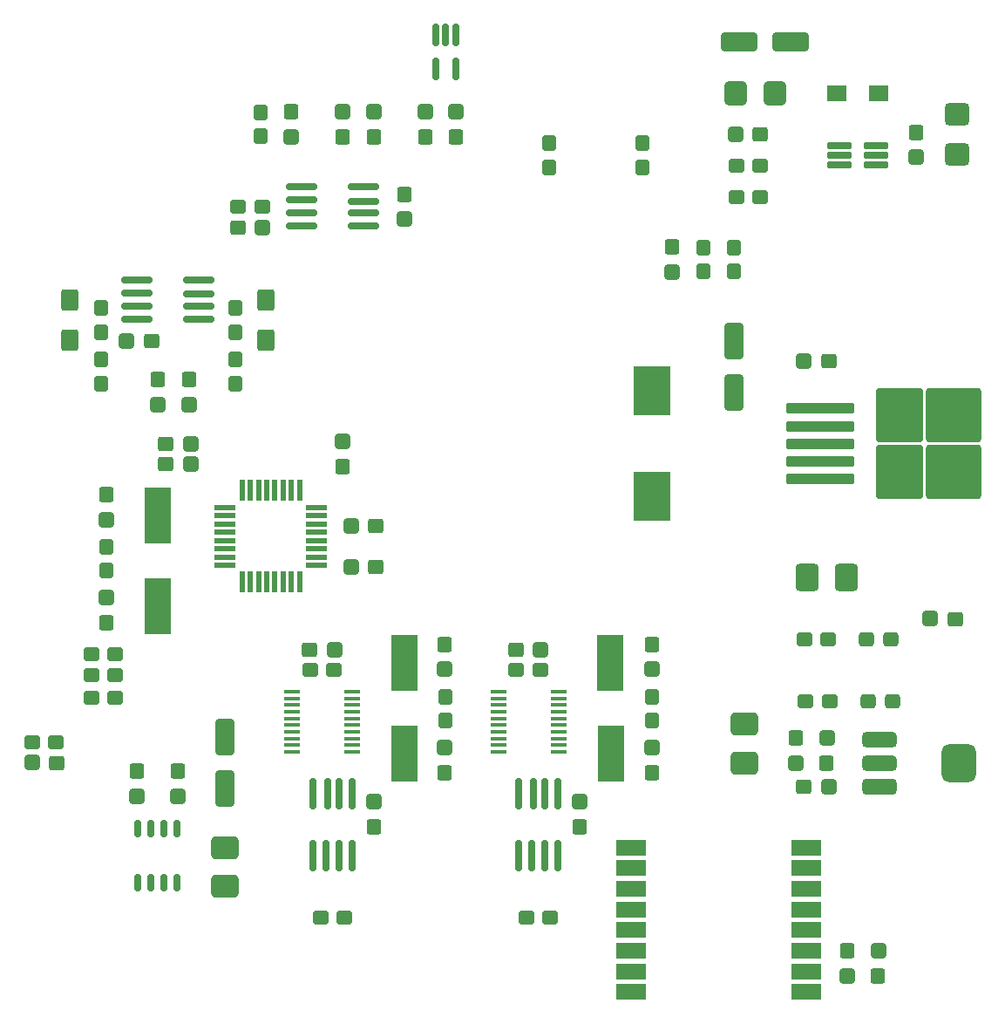
<source format=gbr>
%TF.GenerationSoftware,KiCad,Pcbnew,9.0.2*%
%TF.CreationDate,2025-07-08T15:17:26+08:00*%
%TF.ProjectId,SSRU_v3,53535255-5f76-4332-9e6b-696361645f70,rev?*%
%TF.SameCoordinates,Original*%
%TF.FileFunction,Paste,Top*%
%TF.FilePolarity,Positive*%
%FSLAX46Y46*%
G04 Gerber Fmt 4.6, Leading zero omitted, Abs format (unit mm)*
G04 Created by KiCad (PCBNEW 9.0.2) date 2025-07-08 15:17:26*
%MOMM*%
%LPD*%
G01*
G04 APERTURE LIST*
G04 Aperture macros list*
%AMRoundRect*
0 Rectangle with rounded corners*
0 $1 Rounding radius*
0 $2 $3 $4 $5 $6 $7 $8 $9 X,Y pos of 4 corners*
0 Add a 4 corners polygon primitive as box body*
4,1,4,$2,$3,$4,$5,$6,$7,$8,$9,$2,$3,0*
0 Add four circle primitives for the rounded corners*
1,1,$1+$1,$2,$3*
1,1,$1+$1,$4,$5*
1,1,$1+$1,$6,$7*
1,1,$1+$1,$8,$9*
0 Add four rect primitives between the rounded corners*
20,1,$1+$1,$2,$3,$4,$5,0*
20,1,$1+$1,$4,$5,$6,$7,0*
20,1,$1+$1,$6,$7,$8,$9,0*
20,1,$1+$1,$8,$9,$2,$3,0*%
G04 Aperture macros list end*
%ADD10RoundRect,0.250000X1.500000X0.650000X-1.500000X0.650000X-1.500000X-0.650000X1.500000X-0.650000X0*%
%ADD11RoundRect,0.278125X-0.474375X-0.389375X0.474375X-0.389375X0.474375X0.389375X-0.474375X0.389375X0*%
%ADD12RoundRect,0.305575X0.412525X-0.460025X0.412525X0.460025X-0.412525X0.460025X-0.412525X-0.460025X0*%
%ADD13RoundRect,0.308511X0.416489X-0.457089X0.416489X0.457089X-0.416489X0.457089X-0.416489X-0.457089X0*%
%ADD14R,2.500000X5.500000*%
%ADD15RoundRect,0.305575X0.460025X0.412525X-0.460025X0.412525X-0.460025X-0.412525X0.460025X-0.412525X0*%
%ADD16RoundRect,0.308511X0.457089X0.416489X-0.457089X0.416489X-0.457089X-0.416489X0.457089X-0.416489X0*%
%ADD17RoundRect,0.150000X-0.150000X1.350000X-0.150000X-1.350000X0.150000X-1.350000X0.150000X1.350000X0*%
%ADD18RoundRect,0.150000X-0.150000X1.337500X-0.150000X-1.337500X0.150000X-1.337500X0.150000X1.337500X0*%
%ADD19RoundRect,0.305575X-0.412525X0.460025X-0.412525X-0.460025X0.412525X-0.460025X0.412525X0.460025X0*%
%ADD20RoundRect,0.308511X-0.416489X0.457089X-0.416489X-0.457089X0.416489X-0.457089X0.416489X0.457089X0*%
%ADD21RoundRect,0.162500X-1.052500X-0.162500X1.052500X-0.162500X1.052500X0.162500X-1.052500X0.162500X0*%
%ADD22R,1.900000X1.600000*%
%ADD23R,3.600000X4.700000*%
%ADD24RoundRect,0.278125X-0.389375X0.474375X-0.389375X-0.474375X0.389375X-0.474375X0.389375X0.474375X0*%
%ADD25RoundRect,0.162500X-0.162500X0.927500X-0.162500X-0.927500X0.162500X-0.927500X0.162500X0.927500X0*%
%ADD26RoundRect,0.305575X-0.460025X-0.412525X0.460025X-0.412525X0.460025X0.412525X-0.460025X0.412525X0*%
%ADD27RoundRect,0.308511X-0.457089X-0.416489X0.457089X-0.416489X0.457089X0.416489X-0.457089X0.416489X0*%
%ADD28RoundRect,0.278125X0.389375X-0.474375X0.389375X0.474375X-0.389375X0.474375X-0.389375X-0.474375X0*%
%ADD29RoundRect,0.278125X0.474375X0.389375X-0.474375X0.389375X-0.474375X-0.389375X0.474375X-0.389375X0*%
%ADD30RoundRect,0.100000X0.687500X0.100000X-0.687500X0.100000X-0.687500X-0.100000X0.687500X-0.100000X0*%
%ADD31RoundRect,0.100000X0.687500X0.099999X-0.687500X0.099999X-0.687500X-0.099999X0.687500X-0.099999X0*%
%ADD32RoundRect,0.150000X1.350000X0.150000X-1.350000X0.150000X-1.350000X-0.150000X1.350000X-0.150000X0*%
%ADD33RoundRect,0.150000X1.337500X0.150000X-1.337500X0.150000X-1.337500X-0.150000X1.337500X-0.150000X0*%
%ADD34RoundRect,0.390352X0.934648X-0.722148X0.934648X0.722148X-0.934648X0.722148X-0.934648X-0.722148X0*%
%ADD35RoundRect,0.390352X0.722148X0.934648X-0.722148X0.934648X-0.722148X-0.934648X0.722148X-0.934648X0*%
%ADD36R,2.000000X0.550000*%
%ADD37R,0.550000X2.000000*%
%ADD38R,0.525000X2.000000*%
%ADD39R,0.575000X2.000000*%
%ADD40R,2.000000X0.525000*%
%ADD41RoundRect,0.304348X0.420652X0.395652X-0.420652X0.395652X-0.420652X-0.395652X0.420652X-0.395652X0*%
%ADD42RoundRect,0.336539X0.538461X-0.713461X0.538461X0.713461X-0.538461X0.713461X-0.538461X-0.713461X0*%
%ADD43RoundRect,0.354167X-0.708333X-0.820833X0.708333X-0.820833X0.708333X0.820833X-0.708333X0.820833X0*%
%ADD44RoundRect,0.250000X0.650000X-1.500000X0.650000X1.500000X-0.650000X1.500000X-0.650000X-1.500000X0*%
%ADD45RoundRect,0.150000X0.150000X-0.675000X0.150000X0.675000X-0.150000X0.675000X-0.150000X-0.675000X0*%
%ADD46RoundRect,0.390352X-0.934648X0.722148X-0.934648X-0.722148X0.934648X-0.722148X0.934648X0.722148X0*%
%ADD47RoundRect,0.250000X-3.075000X-0.300000X3.075000X-0.300000X3.075000X0.300000X-3.075000X0.300000X0*%
%ADD48RoundRect,0.250000X-2.025000X-2.375000X2.025000X-2.375000X2.025000X2.375000X-2.025000X2.375000X0*%
%ADD49RoundRect,0.288461X-2.386539X-2.336539X2.386539X-2.336539X2.386539X2.336539X-2.386539X2.336539X0*%
%ADD50R,3.000000X1.500000*%
%ADD51RoundRect,0.250000X-0.650000X1.500000X-0.650000X-1.500000X0.650000X-1.500000X0.650000X1.500000X0*%
%ADD52RoundRect,0.354167X0.820833X-0.708333X0.820833X0.708333X-0.820833X0.708333X-0.820833X-0.708333X0*%
%ADD53RoundRect,0.375000X-1.300000X-0.375000X1.300000X-0.375000X1.300000X0.375000X-1.300000X0.375000X0*%
%ADD54RoundRect,0.837500X-0.837500X-1.062500X0.837500X-1.062500X0.837500X1.062500X-0.837500X1.062500X0*%
%ADD55RoundRect,0.387500X-1.287500X-0.387500X1.287500X-0.387500X1.287500X0.387500X-1.287500X0.387500X0*%
G04 APERTURE END LIST*
D10*
%TO.C,D5*%
X179500000Y-55000000D03*
X174500000Y-55000000D03*
%TD*%
D11*
%TO.C,R23*%
X174224242Y-67000000D03*
X176529242Y-67000000D03*
%TD*%
D12*
%TO.C,C45*%
X187993100Y-145646800D03*
D13*
X188000000Y-143215600D03*
%TD*%
D14*
%TO.C,Y1*%
X118008238Y-109806719D03*
X118000000Y-100993282D03*
%TD*%
D15*
%TO.C,C6*%
X183215600Y-86006900D03*
D16*
X180784400Y-86000000D03*
%TD*%
D17*
%TO.C,U10*%
X136905000Y-128000000D03*
X135635000Y-128000000D03*
D18*
X134500000Y-127987500D03*
D17*
X133095000Y-128000000D03*
X133095000Y-134000000D03*
X134365000Y-134000000D03*
X135635000Y-134000000D03*
X136905000Y-134000000D03*
%TD*%
D19*
%TO.C,C14*%
X142006900Y-69784400D03*
D20*
X142000000Y-72215600D03*
%TD*%
D21*
%TO.C,U9*%
X184215000Y-65050000D03*
X184215000Y-66000000D03*
X184215000Y-66950000D03*
X187785000Y-66950000D03*
X187785000Y-66000000D03*
X187785000Y-65050000D03*
%TD*%
D19*
%TO.C,C10*%
X180006900Y-122568800D03*
D20*
X180000000Y-125000000D03*
%TD*%
D22*
%TO.C,L2*%
X188050000Y-60000000D03*
X183950000Y-60000000D03*
%TD*%
D19*
%TO.C,C27*%
X145906900Y-113484400D03*
D20*
X145900000Y-115915600D03*
%TD*%
D12*
%TO.C,C17*%
X112993100Y-111368100D03*
D13*
X113000000Y-108936900D03*
%TD*%
D23*
%TO.C,L1*%
X166000000Y-88850000D03*
X166000000Y-99150000D03*
%TD*%
D24*
%TO.C,R1*%
X165065000Y-64847500D03*
X165065000Y-67152500D03*
%TD*%
%TO.C,R30*%
X125532500Y-85847500D03*
X125532500Y-88152500D03*
%TD*%
%TO.C,R40*%
X156065000Y-64847500D03*
X156065000Y-67152500D03*
%TD*%
D25*
%TO.C,U8*%
X146950000Y-54340000D03*
X146000000Y-54340000D03*
X145050000Y-54340000D03*
X145050000Y-57660000D03*
X146950000Y-57660000D03*
%TD*%
D26*
%TO.C,C43*%
X152784400Y-113993100D03*
D27*
X155215600Y-114000000D03*
%TD*%
D12*
%TO.C,C29*%
X135993100Y-96215600D03*
D13*
X136000000Y-93784400D03*
%TD*%
D12*
%TO.C,C19*%
X143993100Y-64215600D03*
D13*
X144000000Y-61784400D03*
%TD*%
D11*
%TO.C,R21*%
X152847500Y-115967500D03*
X155152500Y-115967500D03*
%TD*%
%TO.C,R22*%
X153847500Y-139967500D03*
X156152500Y-139967500D03*
%TD*%
D19*
%TO.C,C34*%
X191656900Y-63784400D03*
D20*
X191650000Y-66215600D03*
%TD*%
D28*
%TO.C,R4*%
X113000000Y-106305000D03*
X113000000Y-104000000D03*
%TD*%
D19*
%TO.C,C22*%
X118006900Y-87784400D03*
D20*
X118000000Y-90215600D03*
%TD*%
D12*
%TO.C,C40*%
X138993100Y-131215600D03*
D13*
X139000000Y-128784400D03*
%TD*%
D29*
%TO.C,R6*%
X113900000Y-114432500D03*
X111595000Y-114432500D03*
%TD*%
D11*
%TO.C,R17*%
X133847500Y-139967500D03*
X136152500Y-139967500D03*
%TD*%
D15*
%TO.C,C18*%
X108215600Y-124976900D03*
D16*
X105784400Y-124970000D03*
%TD*%
D30*
%TO.C,U1*%
X136912500Y-123925000D03*
X136912500Y-123275000D03*
X136912500Y-122625000D03*
D31*
X136912500Y-121974999D03*
D30*
X136912500Y-121325000D03*
X136912500Y-120675000D03*
X136912500Y-120025000D03*
X136912500Y-119375000D03*
X136912500Y-118725000D03*
X136912500Y-118075000D03*
X131087500Y-118075000D03*
X131087500Y-118725000D03*
X131087500Y-119375000D03*
X131087500Y-120025000D03*
X131087500Y-120675000D03*
X131087500Y-121325000D03*
X131087500Y-121975000D03*
D31*
X131087500Y-122624999D03*
X131087500Y-123274999D03*
X131087500Y-123924999D03*
%TD*%
D32*
%TO.C,U14*%
X122000000Y-81905000D03*
X122000000Y-80635000D03*
D33*
X122012500Y-79500000D03*
D32*
X122000000Y-78095000D03*
X116000000Y-78095000D03*
X116000000Y-79365000D03*
X116000000Y-80635000D03*
X116000000Y-81905000D03*
%TD*%
D19*
%TO.C,C38*%
X168006900Y-74884400D03*
D20*
X168000000Y-77315600D03*
%TD*%
D19*
%TO.C,C16*%
X116006900Y-125784400D03*
D20*
X116000000Y-128215600D03*
%TD*%
D11*
%TO.C,R39*%
X180958949Y-119032500D03*
X183263949Y-119032500D03*
%TD*%
D34*
%TO.C,F3*%
X124500000Y-136987500D03*
X124500000Y-133212500D03*
%TD*%
D11*
%TO.C,R38*%
X180843224Y-113000000D03*
X183148224Y-113000000D03*
%TD*%
D12*
%TO.C,C30*%
X146993100Y-64215600D03*
D13*
X147000000Y-61784400D03*
%TD*%
D35*
%TO.C,F2*%
X184887500Y-107000000D03*
X181112500Y-107000000D03*
%TD*%
D12*
%TO.C,C41*%
X165993100Y-125915600D03*
D13*
X166000000Y-123484400D03*
%TD*%
D11*
%TO.C,R5*%
X105847500Y-122967500D03*
X108152500Y-122967500D03*
%TD*%
D12*
%TO.C,C26*%
X145893100Y-125915600D03*
D13*
X145900000Y-123484400D03*
%TD*%
D19*
%TO.C,C28*%
X131006900Y-61799058D03*
D20*
X131000000Y-64230258D03*
%TD*%
D36*
%TO.C,U2*%
X124550000Y-100200000D03*
X124550000Y-101000000D03*
X124550000Y-101800000D03*
X124550000Y-102600000D03*
X124550000Y-103400000D03*
X124550000Y-104200000D03*
X124550000Y-105000000D03*
X124550000Y-105800000D03*
D37*
X126200000Y-107450000D03*
D38*
X126987500Y-107450000D03*
D39*
X127812500Y-107450000D03*
D37*
X128600000Y-107450000D03*
X129400000Y-107450000D03*
X130200000Y-107450000D03*
X131000000Y-107450000D03*
X131800000Y-107450000D03*
D36*
X133450000Y-105800000D03*
X133450000Y-105000000D03*
X133450000Y-104200000D03*
D40*
X133450000Y-103387500D03*
D36*
X133450000Y-102600000D03*
X133450000Y-101800000D03*
X133450000Y-101000000D03*
X133450000Y-100200000D03*
D37*
X131800000Y-98550000D03*
X131000000Y-98550000D03*
X130200000Y-98550000D03*
X129400000Y-98550000D03*
X128600000Y-98550000D03*
X127800000Y-98550000D03*
X127000000Y-98550000D03*
X126200000Y-98550000D03*
%TD*%
D28*
%TO.C,R3*%
X171015397Y-77252500D03*
X171015397Y-74947500D03*
%TD*%
D41*
%TO.C,D3*%
X189234275Y-113032500D03*
X186884275Y-113032500D03*
%TD*%
D26*
%TO.C,C1*%
X118784400Y-95993100D03*
D27*
X121215600Y-96000000D03*
%TD*%
D19*
%TO.C,C15*%
X120006900Y-125784400D03*
D20*
X120000000Y-128215600D03*
%TD*%
D42*
%TO.C,R25*%
X128500000Y-83950000D03*
X128500000Y-80050000D03*
%TD*%
D41*
%TO.C,D4*%
X189350000Y-119000000D03*
X187000000Y-119000000D03*
%TD*%
D32*
%TO.C,U3*%
X138000000Y-72905000D03*
X138000000Y-71635000D03*
D33*
X138012500Y-70500000D03*
D32*
X138000000Y-69095000D03*
X132000000Y-69095000D03*
X132000000Y-70365000D03*
X132000000Y-71635000D03*
X132000000Y-72905000D03*
%TD*%
D42*
%TO.C,R24*%
X109500000Y-83950000D03*
X109500000Y-80050000D03*
%TD*%
D12*
%TO.C,C44*%
X158993100Y-131215600D03*
D13*
X159000000Y-128784400D03*
%TD*%
D43*
%TO.C,C33*%
X174125000Y-60000000D03*
X178000000Y-60000000D03*
%TD*%
D12*
%TO.C,C31*%
X135993100Y-64215600D03*
D13*
X136000000Y-61784400D03*
%TD*%
D15*
%TO.C,C35*%
X176556200Y-64006900D03*
D16*
X174125000Y-64000000D03*
%TD*%
D11*
%TO.C,R16*%
X132847500Y-115967500D03*
X135152500Y-115967500D03*
%TD*%
%TO.C,R41*%
X125847500Y-70967500D03*
X128152500Y-70967500D03*
%TD*%
D15*
%TO.C,C21*%
X117415600Y-84006900D03*
D16*
X114984400Y-84000000D03*
%TD*%
D26*
%TO.C,C8*%
X180784400Y-127268100D03*
D27*
X183215600Y-127275000D03*
%TD*%
D24*
%TO.C,R28*%
X112500000Y-85847500D03*
X112500000Y-88152500D03*
%TD*%
%TO.C,R18*%
X166032500Y-118547500D03*
X166032500Y-120852500D03*
%TD*%
D19*
%TO.C,C25*%
X121036900Y-87784400D03*
D20*
X121030000Y-90215600D03*
%TD*%
D12*
%TO.C,C9*%
X182993100Y-125000000D03*
D13*
X183000000Y-122568800D03*
%TD*%
D44*
%TO.C,D2*%
X174000000Y-89000000D03*
X174000000Y-84000000D03*
%TD*%
D15*
%TO.C,C3*%
X139215600Y-106006900D03*
D16*
X136784400Y-106000000D03*
%TD*%
D45*
%TO.C,U13*%
X116095000Y-136625000D03*
X117365000Y-136625000D03*
X118635000Y-136625000D03*
X119905000Y-136625000D03*
X119905000Y-131375000D03*
X118635000Y-131375000D03*
X117365000Y-131375000D03*
X116095000Y-131375000D03*
%TD*%
D24*
%TO.C,R29*%
X112500000Y-80847500D03*
X112500000Y-83152500D03*
%TD*%
D15*
%TO.C,C12*%
X195465600Y-111006900D03*
D16*
X193034400Y-111000000D03*
%TD*%
D14*
%TO.C,Y3*%
X162008238Y-124106719D03*
X162000000Y-115293282D03*
%TD*%
D17*
%TO.C,U12*%
X156905000Y-128000000D03*
X155635000Y-128000000D03*
D18*
X154500000Y-127987500D03*
D17*
X153095000Y-128000000D03*
X153095000Y-134000000D03*
X154365000Y-134000000D03*
X155635000Y-134000000D03*
X156905000Y-134000000D03*
%TD*%
D46*
%TO.C,F1*%
X175000000Y-121225000D03*
X175000000Y-125000000D03*
%TD*%
D12*
%TO.C,C36*%
X138993100Y-64215600D03*
D13*
X139000000Y-61784400D03*
%TD*%
D24*
%TO.C,R15*%
X145932500Y-118547500D03*
X145932500Y-120852500D03*
%TD*%
D19*
%TO.C,C42*%
X166006900Y-113484400D03*
D20*
X166000000Y-115915600D03*
%TD*%
D47*
%TO.C,U4*%
X182325000Y-90600000D03*
X182325000Y-92300000D03*
X182325000Y-94000000D03*
D48*
X190075000Y-91225000D03*
X190075000Y-96775000D03*
D49*
X195325000Y-91225000D03*
X195325000Y-96775000D03*
D47*
X182325000Y-95700000D03*
X182325000Y-97400000D03*
%TD*%
D29*
%TO.C,R44*%
X176507759Y-70032500D03*
X174202759Y-70032500D03*
%TD*%
%TO.C,R8*%
X113900000Y-118632500D03*
X111595000Y-118632500D03*
%TD*%
D50*
%TO.C,U11*%
X181033650Y-147215600D03*
X181033650Y-145215600D03*
X181033650Y-143215600D03*
X181033650Y-141215600D03*
X181033650Y-139215600D03*
X181033650Y-137215600D03*
X181033650Y-135215600D03*
X181033650Y-133215600D03*
X164033650Y-133215600D03*
X164033650Y-135215600D03*
X164033650Y-137215600D03*
X164033650Y-139215600D03*
X164033650Y-141215600D03*
X164033650Y-143215600D03*
X164033650Y-145215600D03*
X164033650Y-147215600D03*
%TD*%
D30*
%TO.C,U7*%
X156962500Y-123925000D03*
X156962500Y-123275000D03*
X156962500Y-122625000D03*
D31*
X156962500Y-121974999D03*
D30*
X156962500Y-121325000D03*
X156962500Y-120675000D03*
X156962500Y-120025000D03*
X156962500Y-119375000D03*
X156962500Y-118725000D03*
X156962500Y-118075000D03*
X151137500Y-118075000D03*
X151137500Y-118725000D03*
X151137500Y-119375000D03*
X151137500Y-120025000D03*
X151137500Y-120675000D03*
X151137500Y-121325000D03*
X151137500Y-121975000D03*
D31*
X151137500Y-122624999D03*
X151137500Y-123274999D03*
X151137500Y-123924999D03*
%TD*%
D14*
%TO.C,Y4*%
X142008238Y-124106719D03*
X142000000Y-115293282D03*
%TD*%
D51*
%TO.C,D6*%
X124500000Y-122500000D03*
X124500000Y-127500000D03*
%TD*%
D28*
%TO.C,R2*%
X173967500Y-77252500D03*
X173967500Y-74947500D03*
%TD*%
D24*
%TO.C,R37*%
X128032500Y-61847500D03*
X128032500Y-64152500D03*
%TD*%
D26*
%TO.C,C4*%
X118784400Y-93993100D03*
D27*
X121215600Y-94000000D03*
%TD*%
D19*
%TO.C,C46*%
X184996900Y-143215600D03*
D20*
X184990000Y-145646800D03*
%TD*%
D52*
%TO.C,C32*%
X195650000Y-65937500D03*
X195650000Y-62062500D03*
%TD*%
D53*
%TO.C,U5*%
X188150000Y-122700000D03*
X188150000Y-125000000D03*
D54*
X195800000Y-125000000D03*
D55*
X188150000Y-127275000D03*
%TD*%
D15*
%TO.C,C2*%
X139215600Y-102006900D03*
D16*
X136784400Y-102000000D03*
%TD*%
D26*
%TO.C,C13*%
X125784400Y-72993100D03*
D27*
X128215600Y-73000000D03*
%TD*%
D29*
%TO.C,R7*%
X113900000Y-116493552D03*
X111595000Y-116493552D03*
%TD*%
D19*
%TO.C,C5*%
X113006900Y-98936900D03*
D20*
X113000000Y-101368100D03*
%TD*%
D26*
%TO.C,C39*%
X132784400Y-113993100D03*
D27*
X135215600Y-114000000D03*
%TD*%
D24*
%TO.C,R31*%
X125532500Y-80847500D03*
X125532500Y-83152500D03*
%TD*%
M02*

</source>
